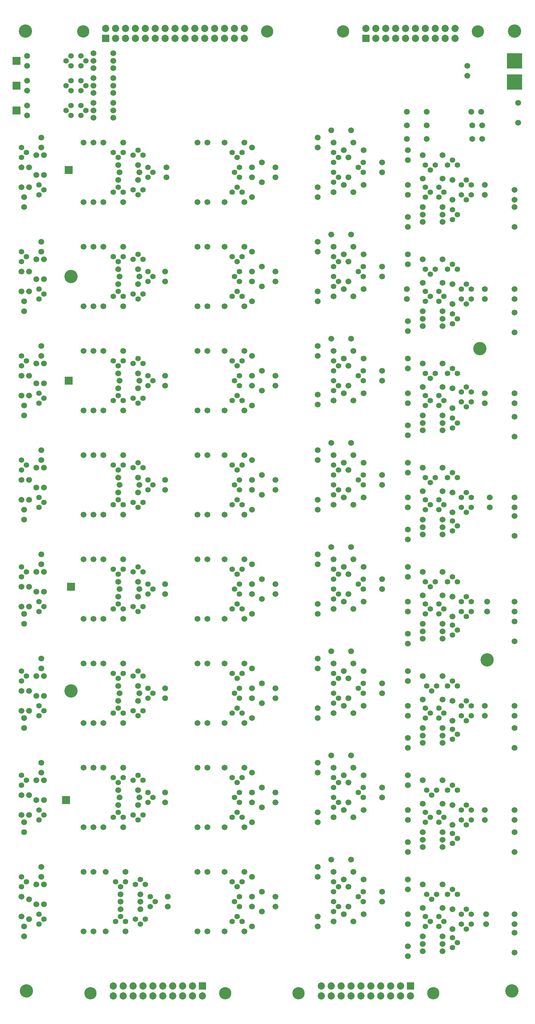
<source format=gts>
G75*
G70*
%OFA0B0*%
%FSLAX24Y24*%
%IPPOS*%
%LPD*%
%AMOC8*
5,1,8,0,0,1.08239X$1,22.5*
%
%ADD10C,0.1340*%
%ADD11C,0.0595*%
%ADD12C,0.0556*%
%ADD13R,0.0730X0.0730*%
%ADD14C,0.0730*%
%ADD15C,0.1240*%
%ADD16R,0.0789X0.0789*%
%ADD17R,0.1580X0.1580*%
D10*
X002100Y004625D03*
X006600Y034875D03*
X006600Y076625D03*
X001975Y101375D03*
X047850Y069375D03*
X048600Y038000D03*
X051100Y004625D03*
X051350Y101375D03*
D11*
X051725Y094125D03*
X051725Y092125D03*
X048100Y091875D03*
X048100Y090500D03*
X047100Y090500D03*
X047100Y091875D03*
X046975Y093250D03*
X047975Y093250D03*
X046600Y096875D03*
X046600Y097875D03*
X042475Y093250D03*
X042475Y091875D03*
X042475Y090500D03*
X042100Y088875D03*
X040600Y088375D03*
X040600Y089375D03*
X040475Y090500D03*
X040475Y091875D03*
X040475Y093250D03*
X037975Y088125D03*
X037975Y087125D03*
X036130Y085875D03*
X035100Y085125D03*
X034130Y085875D03*
X034600Y086625D03*
X034600Y088625D03*
X034130Y089375D03*
X035100Y090125D03*
X034850Y091375D03*
X036130Y089375D03*
X033100Y090125D03*
X032850Y091375D03*
X031475Y090625D03*
X031475Y089625D03*
X031475Y085625D03*
X031475Y084625D03*
X033100Y085125D03*
X032850Y080875D03*
X033100Y079625D03*
X034130Y078875D03*
X034600Y078125D03*
X035100Y079625D03*
X034850Y080875D03*
X036130Y078875D03*
X034600Y076125D03*
X034130Y075375D03*
X035100Y074625D03*
X036130Y075375D03*
X037975Y076625D03*
X037975Y077625D03*
X040600Y077875D03*
X040600Y078875D03*
X042100Y078375D03*
X044100Y078375D03*
X044100Y076000D03*
X045100Y075875D03*
X045100Y073875D03*
X044100Y073125D03*
X044100Y072375D03*
X044100Y071625D03*
X042100Y071625D03*
X042100Y072375D03*
X042100Y073125D03*
X042100Y076000D03*
X040475Y075375D03*
X040475Y074375D03*
X040600Y072125D03*
X040600Y071125D03*
X040600Y068375D03*
X040600Y067375D03*
X040600Y064875D03*
X040600Y063875D03*
X040600Y061625D03*
X040600Y060625D03*
X042100Y061125D03*
X042100Y061875D03*
X042100Y062625D03*
X042100Y065500D03*
X044100Y065500D03*
X045100Y065375D03*
X045100Y063375D03*
X044100Y062625D03*
X044100Y061875D03*
X044100Y061125D03*
X044100Y057375D03*
X044100Y055000D03*
X045100Y054875D03*
X045100Y052875D03*
X044100Y052125D03*
X044100Y051375D03*
X044100Y050625D03*
X042100Y050625D03*
X042100Y051375D03*
X042100Y052125D03*
X040600Y051125D03*
X040600Y050125D03*
X040600Y047375D03*
X040600Y046375D03*
X040600Y043875D03*
X040600Y042875D03*
X040600Y040625D03*
X040600Y039625D03*
X042100Y040125D03*
X042100Y040875D03*
X042100Y041625D03*
X044100Y041625D03*
X044100Y040875D03*
X044100Y040125D03*
X045100Y042375D03*
X045100Y044375D03*
X044100Y044500D03*
X044100Y046875D03*
X042100Y046875D03*
X042100Y044500D03*
X037975Y045125D03*
X037975Y046125D03*
X036130Y047375D03*
X035100Y048125D03*
X034130Y047375D03*
X034600Y046625D03*
X034600Y044625D03*
X034130Y043875D03*
X035100Y043125D03*
X036130Y043875D03*
X033100Y043125D03*
X031475Y042625D03*
X031475Y043625D03*
X031475Y047625D03*
X031475Y048625D03*
X032850Y049375D03*
X033100Y048125D03*
X034850Y049375D03*
X035100Y053625D03*
X034130Y054375D03*
X034600Y055125D03*
X036130Y054375D03*
X034600Y057125D03*
X034130Y057875D03*
X035100Y058625D03*
X034850Y059875D03*
X036130Y057875D03*
X037975Y056625D03*
X037975Y055625D03*
X040600Y054375D03*
X040600Y053375D03*
X042100Y055000D03*
X042100Y057375D03*
X040600Y056875D03*
X040600Y057875D03*
X037975Y066125D03*
X037975Y067125D03*
X036130Y068375D03*
X035100Y069125D03*
X034130Y068375D03*
X034600Y067625D03*
X034600Y065625D03*
X034130Y064875D03*
X035100Y064125D03*
X036130Y064875D03*
X033100Y064125D03*
X031475Y063750D03*
X031475Y064750D03*
X031475Y068625D03*
X031475Y069625D03*
X032850Y070375D03*
X033100Y069125D03*
X034850Y070375D03*
X033100Y074625D03*
X031475Y074125D03*
X031475Y075125D03*
X031475Y079125D03*
X031475Y080125D03*
X027225Y077125D03*
X027225Y076125D03*
X025850Y075625D03*
X024850Y076125D03*
X024850Y077125D03*
X025850Y077625D03*
X024850Y079125D03*
X024100Y079625D03*
X022100Y079625D03*
X020350Y079625D03*
X019350Y079625D03*
X019350Y084125D03*
X020350Y084125D03*
X022100Y084125D03*
X024100Y084125D03*
X024850Y084625D03*
X024850Y086625D03*
X024850Y087625D03*
X025850Y088125D03*
X024850Y089625D03*
X024100Y090125D03*
X022100Y090125D03*
X020350Y090125D03*
X019350Y090125D03*
X016225Y087625D03*
X016225Y086625D03*
X013475Y087125D03*
X013350Y086375D03*
X013350Y087875D03*
X011850Y090125D03*
X011350Y087875D03*
X011475Y087125D03*
X011350Y086375D03*
X011850Y084125D03*
X009850Y084125D03*
X008850Y084125D03*
X007850Y084125D03*
X007850Y079625D03*
X008850Y079625D03*
X009850Y079625D03*
X011350Y077375D03*
X011475Y076625D03*
X011350Y075875D03*
X011850Y073625D03*
X013350Y075875D03*
X013475Y076625D03*
X013350Y077375D03*
X011850Y079625D03*
X009850Y073625D03*
X008850Y073625D03*
X007850Y073625D03*
X007850Y069125D03*
X008850Y069125D03*
X009850Y069125D03*
X011350Y066875D03*
X011475Y066125D03*
X011350Y065375D03*
X011850Y063125D03*
X013350Y065375D03*
X013475Y066125D03*
X013350Y066875D03*
X011850Y069125D03*
X009850Y063125D03*
X008850Y063125D03*
X007850Y063125D03*
X007850Y058625D03*
X008850Y058625D03*
X009850Y058625D03*
X011350Y056375D03*
X011475Y055625D03*
X011350Y054875D03*
X011850Y052625D03*
X013350Y054875D03*
X013475Y055625D03*
X013350Y056375D03*
X011850Y058625D03*
X009850Y052625D03*
X008850Y052625D03*
X007850Y052625D03*
X007850Y048125D03*
X008850Y048125D03*
X009850Y048125D03*
X011350Y045875D03*
X011475Y045125D03*
X011350Y044375D03*
X011850Y042125D03*
X013350Y044375D03*
X013475Y045125D03*
X013350Y045875D03*
X011850Y048125D03*
X009850Y042125D03*
X008850Y042125D03*
X007850Y042125D03*
X007850Y037625D03*
X008850Y037625D03*
X009850Y037625D03*
X011350Y035375D03*
X011475Y034625D03*
X011350Y033875D03*
X011850Y031625D03*
X013350Y033875D03*
X013475Y034625D03*
X013350Y035375D03*
X011850Y037625D03*
X009850Y031625D03*
X008850Y031625D03*
X007850Y031625D03*
X007850Y027125D03*
X008850Y027125D03*
X009850Y027125D03*
X011350Y024875D03*
X011475Y024125D03*
X011350Y023375D03*
X011850Y021125D03*
X013350Y023375D03*
X013475Y024125D03*
X013350Y024875D03*
X011850Y027125D03*
X009850Y021125D03*
X008850Y021125D03*
X007850Y021125D03*
X007850Y016625D03*
X008850Y016625D03*
X010100Y016625D03*
X011600Y014375D03*
X011600Y013625D03*
X011600Y012875D03*
X012100Y010625D03*
X013600Y012875D03*
X013600Y013625D03*
X013600Y014375D03*
X012100Y016625D03*
X010100Y010625D03*
X008850Y010625D03*
X007850Y010625D03*
X003850Y013375D03*
X003100Y013375D03*
X002350Y013875D03*
X001600Y014125D03*
X003100Y015375D03*
X003600Y016125D03*
X003850Y015375D03*
X003600Y017125D03*
X001850Y020625D03*
X001850Y021625D03*
X001600Y022375D03*
X002350Y022375D03*
X003100Y023875D03*
X002350Y024375D03*
X001600Y024375D03*
X003100Y025875D03*
X003600Y026625D03*
X003850Y025875D03*
X003600Y027625D03*
X001850Y031125D03*
X001850Y032125D03*
X001600Y032875D03*
X002350Y032875D03*
X003100Y034375D03*
X002350Y034875D03*
X001600Y034875D03*
X003100Y036375D03*
X003600Y037125D03*
X003850Y036375D03*
X003600Y038125D03*
X001850Y041625D03*
X001850Y042625D03*
X001600Y043375D03*
X002350Y043375D03*
X003100Y044875D03*
X002350Y045375D03*
X001600Y045375D03*
X003100Y046875D03*
X003600Y047625D03*
X003850Y046875D03*
X003600Y048625D03*
X003850Y044875D03*
X001850Y052125D03*
X001850Y053125D03*
X001600Y054125D03*
X002350Y054125D03*
X003100Y055375D03*
X002350Y056125D03*
X001600Y056125D03*
X003100Y057375D03*
X003600Y058125D03*
X003850Y057375D03*
X003600Y059125D03*
X003850Y055375D03*
X001850Y062625D03*
X001850Y063625D03*
X001600Y064625D03*
X002350Y064625D03*
X003100Y065875D03*
X002350Y066625D03*
X001600Y066625D03*
X003100Y067875D03*
X003600Y068625D03*
X003850Y067875D03*
X003600Y069625D03*
X003850Y065875D03*
X001850Y073125D03*
X001850Y074125D03*
X001600Y075125D03*
X002350Y075125D03*
X003100Y076375D03*
X002350Y077125D03*
X001600Y077125D03*
X003100Y078375D03*
X003600Y079125D03*
X003850Y078375D03*
X003600Y080125D03*
X003850Y076375D03*
X001850Y083625D03*
X001850Y084625D03*
X001600Y085625D03*
X002350Y085625D03*
X003100Y086875D03*
X002350Y087625D03*
X001600Y087625D03*
X003100Y088875D03*
X003600Y089625D03*
X003850Y088875D03*
X003600Y090625D03*
X002150Y092875D03*
X002150Y093875D03*
X002150Y095375D03*
X002150Y096375D03*
X002150Y097875D03*
X002150Y098875D03*
X007850Y090125D03*
X008850Y090125D03*
X009850Y090125D03*
X008850Y092625D03*
X008850Y093375D03*
X008850Y094125D03*
X008850Y095125D03*
X008850Y095875D03*
X008850Y096625D03*
X008850Y097625D03*
X008850Y098375D03*
X008850Y099125D03*
X010850Y099125D03*
X010850Y098375D03*
X010850Y097625D03*
X010850Y096625D03*
X010850Y095875D03*
X010850Y095125D03*
X010850Y094125D03*
X010850Y093375D03*
X010850Y092625D03*
X003850Y086875D03*
X016100Y077125D03*
X016100Y076125D03*
X019350Y073625D03*
X020350Y073625D03*
X022100Y073625D03*
X024100Y073625D03*
X024850Y074125D03*
X024100Y069125D03*
X024850Y068625D03*
X024850Y066625D03*
X024850Y065625D03*
X025850Y065125D03*
X024850Y063625D03*
X024100Y063125D03*
X022100Y063125D03*
X020350Y063125D03*
X019350Y063125D03*
X019350Y058625D03*
X020350Y058625D03*
X022100Y058625D03*
X024100Y058625D03*
X024850Y058125D03*
X024850Y056125D03*
X024850Y055125D03*
X025850Y054625D03*
X024850Y053125D03*
X024100Y052625D03*
X022100Y052625D03*
X020350Y052625D03*
X019350Y052625D03*
X019350Y048125D03*
X020350Y048125D03*
X022100Y048125D03*
X024100Y048125D03*
X024850Y047625D03*
X025850Y046125D03*
X024850Y045625D03*
X024850Y044625D03*
X025850Y044125D03*
X024850Y042625D03*
X024100Y042125D03*
X022100Y042125D03*
X020350Y042125D03*
X019350Y042125D03*
X019350Y037625D03*
X020350Y037625D03*
X022100Y037625D03*
X024100Y037625D03*
X024850Y037125D03*
X025850Y035625D03*
X024850Y035125D03*
X024850Y034125D03*
X025850Y033625D03*
X024850Y032125D03*
X024100Y031625D03*
X022100Y031625D03*
X020350Y031625D03*
X019350Y031625D03*
X019350Y027125D03*
X020350Y027125D03*
X022100Y027125D03*
X024100Y027125D03*
X024850Y026625D03*
X025850Y025125D03*
X024850Y024625D03*
X024850Y023625D03*
X025850Y023125D03*
X024850Y021625D03*
X024100Y021125D03*
X022100Y021125D03*
X020350Y021125D03*
X019350Y021125D03*
X019350Y016625D03*
X020350Y016625D03*
X022100Y016625D03*
X024100Y016625D03*
X024850Y016125D03*
X025850Y014625D03*
X024850Y014125D03*
X024850Y013125D03*
X025850Y012625D03*
X024850Y011125D03*
X024100Y010625D03*
X022100Y010625D03*
X020350Y010625D03*
X019350Y010625D03*
X016350Y013125D03*
X016350Y014125D03*
X016100Y023625D03*
X016100Y024625D03*
X016100Y034125D03*
X016100Y035125D03*
X016100Y044625D03*
X016100Y045625D03*
X016100Y055125D03*
X016100Y056125D03*
X016100Y065625D03*
X016100Y066625D03*
X019350Y069125D03*
X020350Y069125D03*
X022100Y069125D03*
X025850Y067125D03*
X027225Y066625D03*
X027225Y065625D03*
X031475Y059125D03*
X031475Y058125D03*
X032850Y059875D03*
X033100Y058625D03*
X031475Y054125D03*
X031475Y053125D03*
X033100Y053625D03*
X027225Y055125D03*
X027225Y056125D03*
X025850Y056625D03*
X027225Y045625D03*
X027225Y044625D03*
X031475Y038125D03*
X031475Y037125D03*
X032850Y038875D03*
X033100Y037625D03*
X034130Y036875D03*
X034600Y036125D03*
X035100Y037625D03*
X034850Y038875D03*
X036130Y036875D03*
X034600Y034125D03*
X034130Y033375D03*
X035100Y032625D03*
X036130Y033375D03*
X037975Y034625D03*
X037975Y035625D03*
X040600Y035875D03*
X040600Y036875D03*
X042100Y036375D03*
X042100Y034000D03*
X040600Y033375D03*
X040600Y032375D03*
X040600Y030125D03*
X040600Y029125D03*
X042100Y029625D03*
X042100Y030375D03*
X042100Y031125D03*
X044100Y031125D03*
X044100Y030375D03*
X044100Y029625D03*
X045100Y031875D03*
X045100Y033875D03*
X044100Y034000D03*
X044100Y036375D03*
X048350Y033375D03*
X048350Y032375D03*
X051350Y032375D03*
X051350Y033375D03*
X051350Y031125D03*
X051350Y029125D03*
X051350Y022875D03*
X051350Y021875D03*
X051350Y020625D03*
X051350Y018625D03*
X048350Y021875D03*
X048350Y022875D03*
X045100Y023375D03*
X044100Y023500D03*
X045100Y021375D03*
X044100Y020625D03*
X044100Y019875D03*
X044100Y019125D03*
X042100Y019125D03*
X042100Y019875D03*
X042100Y020625D03*
X040600Y019625D03*
X040600Y018625D03*
X040600Y015875D03*
X040600Y014875D03*
X042100Y015375D03*
X042100Y013000D03*
X040600Y012375D03*
X040600Y011375D03*
X040600Y009125D03*
X040600Y008125D03*
X042100Y008625D03*
X042100Y009375D03*
X042100Y010125D03*
X044100Y010125D03*
X044100Y009375D03*
X044100Y008625D03*
X045100Y010875D03*
X045100Y012875D03*
X044100Y013000D03*
X044100Y015375D03*
X040600Y021875D03*
X040600Y022875D03*
X040600Y025375D03*
X040600Y026375D03*
X042100Y025875D03*
X042100Y023500D03*
X044100Y025875D03*
X037975Y025125D03*
X037975Y024125D03*
X036130Y022875D03*
X035100Y022125D03*
X034130Y022875D03*
X034600Y023625D03*
X034600Y025625D03*
X034130Y026375D03*
X035100Y027125D03*
X034850Y028375D03*
X036130Y026375D03*
X033100Y027125D03*
X032850Y028375D03*
X031475Y027625D03*
X031475Y026625D03*
X031475Y022625D03*
X031475Y021625D03*
X033100Y022125D03*
X032850Y017875D03*
X033100Y016625D03*
X034130Y015875D03*
X034600Y015125D03*
X035100Y016625D03*
X034850Y017875D03*
X036130Y015875D03*
X034600Y013125D03*
X034130Y012375D03*
X035100Y011625D03*
X036130Y012375D03*
X037975Y013625D03*
X037975Y014625D03*
X033100Y011625D03*
X031475Y011125D03*
X031475Y012125D03*
X031475Y016125D03*
X031475Y017125D03*
X027225Y014125D03*
X027225Y013125D03*
X027225Y023625D03*
X027225Y024625D03*
X031475Y032125D03*
X031475Y033125D03*
X033100Y032625D03*
X027225Y034125D03*
X027225Y035125D03*
X042100Y067875D03*
X044100Y067875D03*
X048350Y064875D03*
X048350Y063875D03*
X051350Y063875D03*
X051350Y064875D03*
X051350Y062500D03*
X051350Y060500D03*
X051350Y054375D03*
X051350Y053375D03*
X051350Y052500D03*
X051350Y050500D03*
X048850Y053375D03*
X048850Y054375D03*
X048600Y043875D03*
X048600Y042875D03*
X051350Y042875D03*
X051350Y041875D03*
X051350Y039875D03*
X051350Y043875D03*
X051350Y071000D03*
X051350Y073000D03*
X051350Y074375D03*
X051350Y075375D03*
X048350Y075375D03*
X048350Y074375D03*
X051350Y081625D03*
X051350Y083625D03*
X051350Y084375D03*
X051350Y085375D03*
X048350Y084875D03*
X048350Y085875D03*
X045100Y086375D03*
X044100Y086500D03*
X045100Y084375D03*
X044100Y083625D03*
X044100Y082875D03*
X044100Y082125D03*
X042100Y082125D03*
X042100Y082875D03*
X042100Y083625D03*
X042100Y086500D03*
X040600Y085875D03*
X040600Y084875D03*
X040600Y082625D03*
X040600Y081625D03*
X044100Y088875D03*
X027225Y087625D03*
X027225Y086625D03*
X025850Y086125D03*
X003850Y034375D03*
X003850Y023875D03*
X001600Y012125D03*
X002350Y011875D03*
X001850Y011125D03*
X001850Y010125D03*
X048475Y011375D03*
X048475Y012375D03*
X051350Y012375D03*
X051350Y011375D03*
X051350Y010500D03*
X051350Y008500D03*
D12*
X046975Y011375D03*
X046475Y010875D03*
X045975Y011375D03*
X045975Y012375D03*
X046475Y012875D03*
X046975Y012375D03*
X045600Y014375D03*
X045100Y014875D03*
X044600Y014375D03*
X043475Y014375D03*
X042975Y013875D03*
X042475Y014375D03*
X042350Y012125D03*
X042850Y011625D03*
X042350Y011125D03*
X043725Y011125D03*
X044225Y011625D03*
X043725Y012125D03*
X045100Y010000D03*
X045600Y009500D03*
X045100Y009000D03*
X045100Y019500D03*
X045600Y020000D03*
X045100Y020500D03*
X044225Y022125D03*
X043725Y022625D03*
X043725Y021625D03*
X042850Y022125D03*
X042350Y022625D03*
X042350Y021625D03*
X042975Y024375D03*
X042475Y024875D03*
X043475Y024875D03*
X044600Y024875D03*
X045100Y025375D03*
X045600Y024875D03*
X046475Y023375D03*
X045975Y022875D03*
X045975Y021875D03*
X046475Y021375D03*
X046975Y021875D03*
X046975Y022875D03*
X045100Y030000D03*
X045600Y030500D03*
X045100Y031000D03*
X044225Y032625D03*
X043725Y033125D03*
X043725Y032125D03*
X042850Y032625D03*
X042350Y033125D03*
X042350Y032125D03*
X042975Y034875D03*
X042475Y035375D03*
X043475Y035375D03*
X044600Y035375D03*
X045100Y035875D03*
X045600Y035375D03*
X046475Y033875D03*
X045975Y033375D03*
X045975Y032375D03*
X046475Y031875D03*
X046975Y032375D03*
X046975Y033375D03*
X045100Y040500D03*
X045600Y041000D03*
X045100Y041500D03*
X044225Y043125D03*
X043725Y043625D03*
X043725Y042625D03*
X042850Y043125D03*
X042350Y043625D03*
X042350Y042625D03*
X042850Y045375D03*
X042350Y045875D03*
X043350Y045875D03*
X044600Y045875D03*
X045100Y046375D03*
X045600Y045875D03*
X046475Y044375D03*
X045975Y043875D03*
X045975Y042875D03*
X046475Y042375D03*
X046975Y042875D03*
X046975Y043875D03*
X045100Y051000D03*
X045600Y051500D03*
X045100Y052000D03*
X044225Y053625D03*
X043725Y054125D03*
X043725Y053125D03*
X042850Y053625D03*
X042350Y054125D03*
X042350Y053125D03*
X042850Y055875D03*
X042350Y056375D03*
X043350Y056375D03*
X044600Y056375D03*
X045100Y056875D03*
X045600Y056375D03*
X046475Y054875D03*
X045975Y054375D03*
X045975Y053375D03*
X046475Y052875D03*
X046975Y053375D03*
X046975Y054375D03*
X045100Y061375D03*
X045600Y061875D03*
X045100Y062375D03*
X045975Y064000D03*
X046475Y063500D03*
X046975Y064000D03*
X046975Y065000D03*
X046475Y065500D03*
X045975Y065000D03*
X045600Y066875D03*
X045100Y067375D03*
X044600Y066875D03*
X043350Y066875D03*
X042850Y066375D03*
X042350Y066875D03*
X042350Y064625D03*
X042850Y064125D03*
X042350Y063625D03*
X043725Y063625D03*
X044225Y064125D03*
X043725Y064625D03*
X045100Y071875D03*
X045600Y072375D03*
X045100Y072875D03*
X045975Y074375D03*
X046475Y073875D03*
X046975Y074375D03*
X046975Y075375D03*
X046475Y075875D03*
X045975Y075375D03*
X045600Y077375D03*
X045100Y077875D03*
X044600Y077375D03*
X043350Y077375D03*
X042850Y076875D03*
X042350Y077375D03*
X042350Y075125D03*
X042850Y074625D03*
X042350Y074125D03*
X043725Y074125D03*
X044225Y074625D03*
X043725Y075125D03*
X045100Y082375D03*
X045600Y082875D03*
X045100Y083375D03*
X045975Y084875D03*
X046475Y084375D03*
X046975Y084875D03*
X046975Y085875D03*
X046475Y086375D03*
X045975Y085875D03*
X045600Y087875D03*
X045100Y088375D03*
X044600Y087875D03*
X043350Y087875D03*
X042850Y087375D03*
X042350Y087875D03*
X042350Y085625D03*
X042850Y085125D03*
X042350Y084625D03*
X043725Y084625D03*
X044225Y085125D03*
X043725Y085625D03*
X036100Y087125D03*
X035600Y087625D03*
X036100Y088125D03*
X033600Y088625D03*
X033100Y089125D03*
X033100Y088125D03*
X033100Y087125D03*
X033600Y086625D03*
X033100Y086125D03*
X033100Y078625D03*
X033600Y078125D03*
X033100Y077625D03*
X033100Y076625D03*
X033600Y076125D03*
X033100Y075625D03*
X035600Y077125D03*
X036100Y077625D03*
X036100Y076625D03*
X033100Y068125D03*
X033600Y067625D03*
X033100Y067125D03*
X033100Y066125D03*
X033600Y065625D03*
X033100Y065125D03*
X035600Y066625D03*
X036100Y066125D03*
X036100Y067125D03*
X033100Y057625D03*
X033600Y057125D03*
X033100Y056625D03*
X033100Y055625D03*
X033600Y055125D03*
X033100Y054625D03*
X035600Y056125D03*
X036100Y055625D03*
X036100Y056625D03*
X033100Y047125D03*
X033600Y046625D03*
X033100Y046125D03*
X033100Y045125D03*
X033600Y044625D03*
X033100Y044125D03*
X035600Y045625D03*
X036100Y045125D03*
X036100Y046125D03*
X033100Y036625D03*
X033600Y036125D03*
X033100Y035625D03*
X033100Y034625D03*
X033600Y034125D03*
X033100Y033625D03*
X035600Y035125D03*
X036100Y034625D03*
X036100Y035625D03*
X033100Y026125D03*
X033600Y025625D03*
X033100Y025125D03*
X033100Y024125D03*
X033600Y023625D03*
X033100Y023125D03*
X035600Y024625D03*
X036100Y024125D03*
X036100Y025125D03*
X033100Y015625D03*
X033600Y015125D03*
X033100Y014625D03*
X033100Y013625D03*
X033600Y013125D03*
X033100Y012625D03*
X035600Y014125D03*
X036100Y013625D03*
X036100Y014625D03*
X023850Y015625D03*
X023350Y015125D03*
X022850Y015625D03*
X023600Y014125D03*
X023100Y013625D03*
X023600Y013125D03*
X023350Y012125D03*
X022850Y011625D03*
X023850Y011625D03*
X023850Y022125D03*
X023350Y022625D03*
X022850Y022125D03*
X023600Y023625D03*
X023100Y024125D03*
X023600Y024625D03*
X023350Y025625D03*
X022850Y026125D03*
X023850Y026125D03*
X023850Y032625D03*
X023350Y033125D03*
X022850Y032625D03*
X023600Y034125D03*
X023100Y034625D03*
X023600Y035125D03*
X023350Y036125D03*
X022850Y036625D03*
X023850Y036625D03*
X023850Y043125D03*
X023350Y043625D03*
X022850Y043125D03*
X023600Y044625D03*
X023100Y045125D03*
X023600Y045625D03*
X023350Y046625D03*
X022850Y047125D03*
X023850Y047125D03*
X023850Y053625D03*
X023350Y054125D03*
X022850Y053625D03*
X023600Y055125D03*
X023100Y055625D03*
X023600Y056125D03*
X023350Y057125D03*
X022850Y057625D03*
X023850Y057625D03*
X023850Y064125D03*
X023350Y064625D03*
X022850Y064125D03*
X023600Y065625D03*
X023100Y066125D03*
X023600Y066625D03*
X023350Y067625D03*
X022850Y068125D03*
X023850Y068125D03*
X023850Y074625D03*
X023350Y075125D03*
X022850Y074625D03*
X023600Y076125D03*
X023100Y076625D03*
X023600Y077125D03*
X023350Y078125D03*
X022850Y078625D03*
X023850Y078625D03*
X023850Y085125D03*
X023350Y085625D03*
X022850Y085125D03*
X023600Y086625D03*
X023100Y087125D03*
X023600Y087625D03*
X023350Y088625D03*
X022850Y089125D03*
X023850Y089125D03*
X014850Y087125D03*
X014350Y086625D03*
X014350Y087625D03*
X013850Y088875D03*
X013350Y089375D03*
X012850Y088875D03*
X011850Y089125D03*
X011350Y088625D03*
X010850Y089125D03*
X011350Y085625D03*
X010850Y085125D03*
X011850Y085125D03*
X012850Y085375D03*
X013350Y084875D03*
X013850Y085375D03*
X013350Y078875D03*
X012850Y078375D03*
X013850Y078375D03*
X014350Y077125D03*
X014850Y076625D03*
X014350Y076125D03*
X013850Y074875D03*
X013350Y074375D03*
X012850Y074875D03*
X011850Y074625D03*
X011350Y075125D03*
X010850Y074625D03*
X011350Y078125D03*
X010850Y078625D03*
X011850Y078625D03*
X013350Y068375D03*
X012850Y067875D03*
X013850Y067875D03*
X014350Y066625D03*
X014850Y066125D03*
X014350Y065625D03*
X013850Y064375D03*
X013350Y063875D03*
X012850Y064375D03*
X011850Y064125D03*
X011350Y064625D03*
X010850Y064125D03*
X011350Y067625D03*
X010850Y068125D03*
X011850Y068125D03*
X013350Y057875D03*
X012850Y057375D03*
X013850Y057375D03*
X014350Y056125D03*
X014850Y055625D03*
X014350Y055125D03*
X013850Y053875D03*
X013350Y053375D03*
X012850Y053875D03*
X011850Y053625D03*
X011350Y054125D03*
X010850Y053625D03*
X011350Y057125D03*
X010850Y057625D03*
X011850Y057625D03*
X013350Y047375D03*
X012850Y046875D03*
X013850Y046875D03*
X014350Y045625D03*
X014850Y045125D03*
X014350Y044625D03*
X013850Y043375D03*
X013350Y042875D03*
X012850Y043375D03*
X011850Y043125D03*
X011350Y043625D03*
X010850Y043125D03*
X011350Y046625D03*
X010850Y047125D03*
X011850Y047125D03*
X013350Y036875D03*
X012850Y036375D03*
X013850Y036375D03*
X014350Y035125D03*
X014850Y034625D03*
X014350Y034125D03*
X013850Y032875D03*
X013350Y032375D03*
X012850Y032875D03*
X011850Y032625D03*
X011350Y033125D03*
X010850Y032625D03*
X011350Y036125D03*
X010850Y036625D03*
X011850Y036625D03*
X013350Y026375D03*
X012850Y025875D03*
X013850Y025875D03*
X014350Y024625D03*
X014850Y024125D03*
X014350Y023625D03*
X013850Y022375D03*
X013350Y021875D03*
X012850Y022375D03*
X011850Y022125D03*
X011350Y022625D03*
X010850Y022125D03*
X011350Y025625D03*
X010850Y026125D03*
X011850Y026125D03*
X013600Y015875D03*
X013100Y015375D03*
X014100Y015375D03*
X014600Y014125D03*
X015100Y013625D03*
X014600Y013125D03*
X014100Y011875D03*
X013600Y011375D03*
X013100Y011875D03*
X012100Y011625D03*
X011600Y012125D03*
X011100Y011625D03*
X011600Y015125D03*
X011100Y015625D03*
X012100Y015625D03*
X003850Y011875D03*
X003350Y011375D03*
X003350Y012375D03*
X001600Y015125D03*
X002100Y015625D03*
X001600Y016125D03*
X003350Y021875D03*
X003850Y022375D03*
X003350Y022875D03*
X001600Y025375D03*
X002100Y025875D03*
X001600Y026375D03*
X003350Y032375D03*
X003850Y032875D03*
X003350Y033375D03*
X001600Y035875D03*
X002100Y036375D03*
X001600Y036875D03*
X003350Y042875D03*
X003850Y043375D03*
X003350Y043875D03*
X001600Y046375D03*
X002100Y046875D03*
X001600Y047375D03*
X003350Y053375D03*
X003850Y053875D03*
X003350Y054375D03*
X001600Y057125D03*
X002100Y057625D03*
X001600Y058125D03*
X003350Y063875D03*
X003850Y064375D03*
X003350Y064875D03*
X001600Y067625D03*
X002100Y068125D03*
X001600Y068625D03*
X003350Y074375D03*
X003850Y074875D03*
X003350Y075375D03*
X001600Y078125D03*
X002100Y078625D03*
X001600Y079125D03*
X003350Y084875D03*
X003850Y085375D03*
X003350Y085875D03*
X001600Y088625D03*
X002100Y089125D03*
X001600Y089625D03*
X006100Y093375D03*
X006600Y092875D03*
X006600Y093875D03*
X007600Y093875D03*
X008100Y093375D03*
X007600Y092875D03*
X007600Y095375D03*
X008100Y095875D03*
X007600Y096375D03*
X007600Y097875D03*
X008100Y098375D03*
X007600Y098875D03*
X006600Y098875D03*
X006100Y098375D03*
X006600Y097875D03*
X006600Y096375D03*
X006100Y095875D03*
X006600Y095375D03*
D13*
X010100Y100625D03*
X036350Y100625D03*
X040850Y005125D03*
X019850Y005125D03*
D14*
X019850Y004125D03*
X018850Y004125D03*
X018850Y005125D03*
X017850Y005125D03*
X017850Y004125D03*
X016850Y004125D03*
X016850Y005125D03*
X015850Y005125D03*
X015850Y004125D03*
X014850Y004125D03*
X014850Y005125D03*
X013850Y005125D03*
X013850Y004125D03*
X012850Y004125D03*
X012850Y005125D03*
X011850Y005125D03*
X011850Y004125D03*
X010850Y004125D03*
X010850Y005125D03*
X031850Y005125D03*
X031850Y004125D03*
X032850Y004125D03*
X032850Y005125D03*
X033850Y005125D03*
X033850Y004125D03*
X034850Y004125D03*
X034850Y005125D03*
X035850Y005125D03*
X035850Y004125D03*
X036850Y004125D03*
X036850Y005125D03*
X037850Y005125D03*
X037850Y004125D03*
X038850Y004125D03*
X038850Y005125D03*
X039850Y005125D03*
X039850Y004125D03*
X040850Y004125D03*
X040350Y100625D03*
X040350Y101625D03*
X039350Y101625D03*
X039350Y100625D03*
X038350Y100625D03*
X038350Y101625D03*
X037350Y101625D03*
X037350Y100625D03*
X036350Y101625D03*
X041350Y101625D03*
X041350Y100625D03*
X042350Y100625D03*
X042350Y101625D03*
X043350Y101625D03*
X043350Y100625D03*
X044350Y100625D03*
X044350Y101625D03*
X045350Y101625D03*
X045350Y100625D03*
X024100Y100625D03*
X024100Y101625D03*
X023100Y101625D03*
X023100Y100625D03*
X022100Y100625D03*
X022100Y101625D03*
X021100Y101625D03*
X021100Y100625D03*
X020100Y100625D03*
X020100Y101625D03*
X019100Y101625D03*
X019100Y100625D03*
X018100Y100625D03*
X018100Y101625D03*
X017100Y101625D03*
X017100Y100625D03*
X016100Y100625D03*
X016100Y101625D03*
X015100Y101625D03*
X015100Y100625D03*
X014100Y100625D03*
X014100Y101625D03*
X013100Y101625D03*
X013100Y100625D03*
X012100Y100625D03*
X012100Y101625D03*
X011100Y101625D03*
X011100Y100625D03*
X010100Y101625D03*
D15*
X007810Y101335D03*
X026390Y101335D03*
X034060Y101335D03*
X047640Y101335D03*
X043140Y004415D03*
X029560Y004415D03*
X022140Y004415D03*
X008560Y004415D03*
D16*
X006100Y023875D03*
X006600Y045375D03*
X006350Y066125D03*
X006350Y087375D03*
X001100Y093375D03*
X001100Y095875D03*
X001100Y098375D03*
D17*
X051350Y098375D03*
X051350Y096250D03*
M02*

</source>
